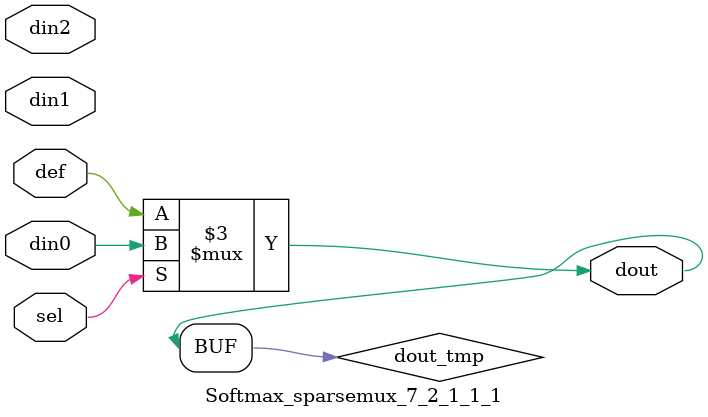
<source format=v>
`timescale 1ns / 1ps

module Softmax_sparsemux_7_2_1_1_1 (din0,din1,din2,def,sel,dout);

parameter din0_WIDTH = 1;

parameter din1_WIDTH = 1;

parameter din2_WIDTH = 1;

parameter def_WIDTH = 1;
parameter sel_WIDTH = 1;
parameter dout_WIDTH = 1;

parameter [sel_WIDTH-1:0] CASE0 = 1;

parameter [sel_WIDTH-1:0] CASE1 = 1;

parameter [sel_WIDTH-1:0] CASE2 = 1;

parameter ID = 1;
parameter NUM_STAGE = 1;



input [din0_WIDTH-1:0] din0;

input [din1_WIDTH-1:0] din1;

input [din2_WIDTH-1:0] din2;

input [def_WIDTH-1:0] def;
input [sel_WIDTH-1:0] sel;

output [dout_WIDTH-1:0] dout;



reg [dout_WIDTH-1:0] dout_tmp;


always @ (*) begin
(* parallel_case *) case (sel)
    
    CASE0 : dout_tmp = din0;
    
    CASE1 : dout_tmp = din1;
    
    CASE2 : dout_tmp = din2;
    
    default : dout_tmp = def;
endcase
end


assign dout = dout_tmp;



endmodule

</source>
